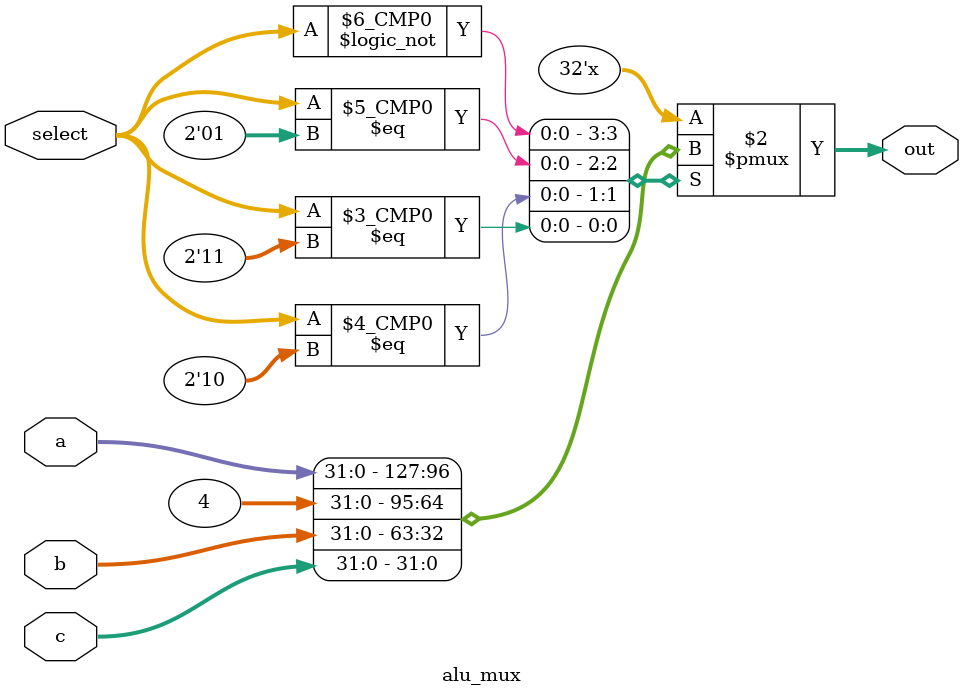
<source format=v>
`timescale 1ns / 1ps

module alu_mux #(parameter data_width = 32)(
    input [1:0] select,
    input [data_width - 1 :0] a,
    input [data_width - 1 :0] b,
    input [data_width - 1 :0] c,
    output reg [data_width - 1 :0] out
    );

always@(*) begin
    case(select) 
        2'b00: out = a;
        2'b01: out = 32'd4; 
        2'b10: out = b;
        2'b11: out = c;
    endcase
    end
endmodule

</source>
